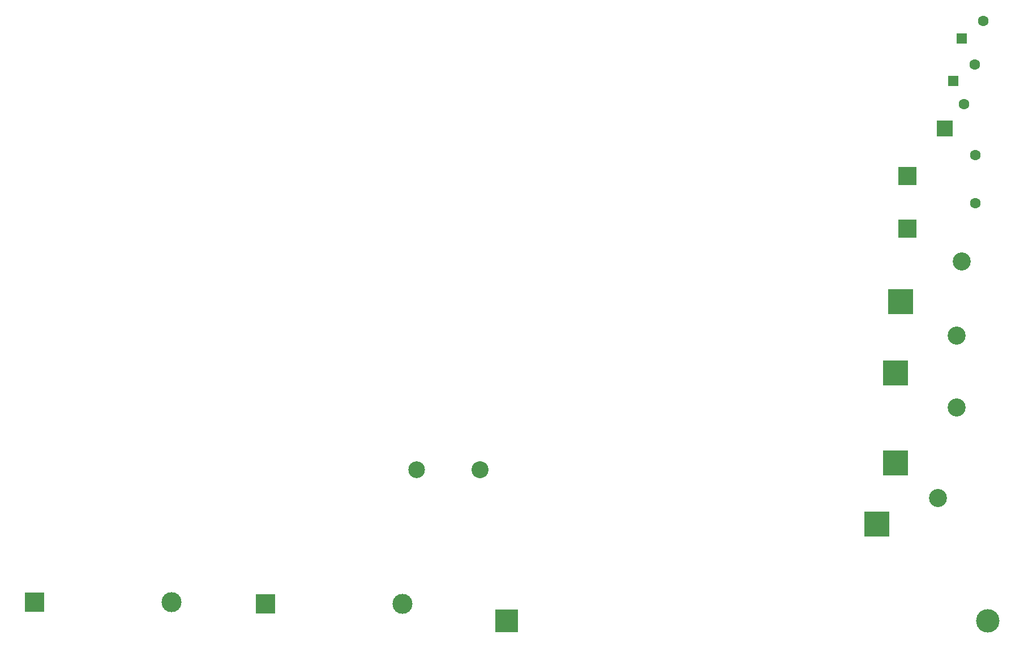
<source format=gbr>
%TF.GenerationSoftware,KiCad,Pcbnew,(5.1.10-1-10_14)*%
%TF.CreationDate,2021-10-26T13:01:21-04:00*%
%TF.ProjectId,SMD-board-panelize,534d442d-626f-4617-9264-2d70616e656c,rev?*%
%TF.SameCoordinates,Original*%
%TF.FileFunction,Copper,L2,Bot*%
%TF.FilePolarity,Positive*%
%FSLAX46Y46*%
G04 Gerber Fmt 4.6, Leading zero omitted, Abs format (unit mm)*
G04 Created by KiCad (PCBNEW (5.1.10-1-10_14)) date 2021-10-26 13:01:21*
%MOMM*%
%LPD*%
G01*
G04 APERTURE LIST*
%TA.AperFunction,ComponentPad*%
%ADD10C,3.000000*%
%TD*%
%TA.AperFunction,ComponentPad*%
%ADD11R,3.000000X3.000000*%
%TD*%
%TA.AperFunction,ComponentPad*%
%ADD12R,3.700000X3.700000*%
%TD*%
%TA.AperFunction,ComponentPad*%
%ADD13C,2.700000*%
%TD*%
%TA.AperFunction,ComponentPad*%
%ADD14R,1.600000X1.600000*%
%TD*%
%TA.AperFunction,ComponentPad*%
%ADD15C,1.600000*%
%TD*%
%TA.AperFunction,ComponentPad*%
%ADD16R,2.700000X2.700000*%
%TD*%
%TA.AperFunction,ComponentPad*%
%ADD17C,2.500000*%
%TD*%
%TA.AperFunction,ComponentPad*%
%ADD18C,2.540000*%
%TD*%
%TA.AperFunction,ComponentPad*%
%ADD19R,2.350000X2.350000*%
%TD*%
%TA.AperFunction,ComponentPad*%
%ADD20C,3.500000*%
%TD*%
%TA.AperFunction,ComponentPad*%
%ADD21R,3.500000X3.500000*%
%TD*%
G04 APERTURE END LIST*
D10*
%TO.P,REF\u002A\u002A,2*%
%TO.N,N/C*%
X89070000Y-10922000D03*
D11*
%TO.P,REF\u002A\u002A,1*%
X68580000Y-10922000D03*
%TD*%
D12*
%TO.P,REF\u002A\u002A,1*%
%TO.N,N/C*%
X198120000Y34036000D03*
D13*
%TO.P,REF\u002A\u002A,2*%
X207270000Y40036000D03*
%TD*%
D14*
%TO.P,REF\u002A\u002A,1*%
%TO.N,N/C*%
X205994000Y67056000D03*
D15*
%TO.P,REF\u002A\u002A,2*%
X209244000Y69506000D03*
%TD*%
D16*
%TO.P,REF\u002A\u002A,1*%
%TO.N,N/C*%
X199136000Y44958000D03*
D15*
%TO.P,REF\u002A\u002A,2*%
X209306000Y48808000D03*
%TD*%
%TO.P,REF\u002A\u002A,2*%
%TO.N,N/C*%
X210514000Y76056000D03*
D14*
%TO.P,REF\u002A\u002A,1*%
X207264000Y73406000D03*
%TD*%
D12*
%TO.P,REF\u002A\u002A,1*%
%TO.N,N/C*%
X194564000Y762000D03*
D13*
%TO.P,REF\u002A\u002A,2*%
X203714000Y4662000D03*
%TD*%
D17*
%TO.P,REF\u002A\u002A,1*%
%TO.N,N/C*%
X125730000Y8890000D03*
D18*
%TO.P,REF\u002A\u002A,2*%
X135260000Y8890000D03*
%TD*%
D19*
%TO.P,REF\u002A\u002A,1*%
%TO.N,N/C*%
X204724000Y59944000D03*
D15*
%TO.P,REF\u002A\u002A,2*%
X207599000Y63594000D03*
%TD*%
D16*
%TO.P,REF\u002A\u002A,1*%
%TO.N,N/C*%
X199136000Y52832000D03*
D15*
%TO.P,REF\u002A\u002A,2*%
X209306000Y55982000D03*
%TD*%
D12*
%TO.P,REF\u002A\u002A,1*%
%TO.N,N/C*%
X197358000Y9906000D03*
D13*
%TO.P,REF\u002A\u002A,2*%
X206508000Y18206000D03*
%TD*%
D12*
%TO.P,REF\u002A\u002A,1*%
%TO.N,N/C*%
X197358000Y23368000D03*
D13*
%TO.P,REF\u002A\u002A,2*%
X206508000Y28968000D03*
%TD*%
D20*
%TO.P,REF\u002A\u002A,2*%
%TO.N,N/C*%
X211192000Y-13716000D03*
D21*
%TO.P,REF\u002A\u002A,1*%
X139192000Y-13716000D03*
%TD*%
D10*
%TO.P,REF\u002A\u002A,2*%
%TO.N,N/C*%
X123614000Y-11176000D03*
D11*
%TO.P,REF\u002A\u002A,1*%
X103124000Y-11176000D03*
%TD*%
M02*

</source>
